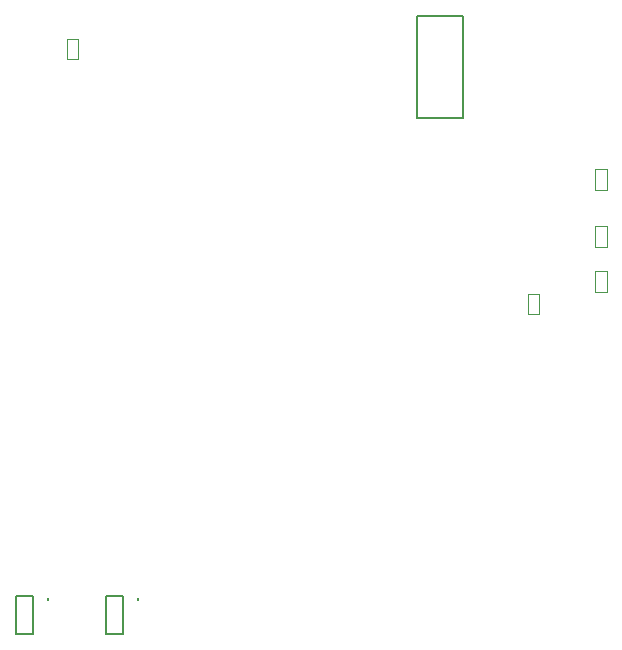
<source format=gbr>
G04 DipTrace 4.3.0.1*
G04 BottomAssembly.gbr*
%MOIN*%
G04 #@! TF.FileFunction,Drawing,Bot*
G04 #@! TF.Part,Single*
%ADD10C,0.004724*%
%ADD22C,0.005*%
%FSLAX26Y26*%
G04*
G70*
G90*
G75*
G01*
G04 BotAssy*
%LPD*%
X3174802Y2196554D2*
D10*
X3212598D1*
Y2265846D1*
X3174802D1*
Y2196554D1*
Y2009054D2*
X3212598D1*
Y2078346D1*
X3174802D1*
Y2009054D1*
Y1859054D2*
X3212598D1*
Y1928346D1*
X3174802D1*
Y1859054D1*
X1450098Y2702165D2*
X1412302D1*
Y2635235D1*
X1450098D1*
Y2702165D1*
X2949802Y1785235D2*
X2987598D1*
Y1852165D1*
X2949802D1*
Y1785235D1*
X1541928Y844192D2*
D22*
X1600983D1*
Y718208D1*
X1541928D1*
Y844192D1*
G36*
X1650196Y828444D2*
X1649682Y828478D1*
X1649177Y828578D1*
X1648689Y828744D1*
X1648228Y828972D1*
X1647799Y829258D1*
X1647412Y829597D1*
X1647073Y829984D1*
X1646787Y830413D1*
X1646559Y830874D1*
X1646393Y831362D1*
X1646293Y831867D1*
X1646259Y832381D1*
X1646293Y832895D1*
X1646393Y833400D1*
X1646559Y833888D1*
X1646787Y834350D1*
X1647073Y834778D1*
X1647412Y835165D1*
X1647799Y835505D1*
X1648228Y835791D1*
X1648689Y836018D1*
X1649177Y836184D1*
X1649682Y836284D1*
X1650196Y836318D1*
D1*
X1650710Y836284D1*
X1651215Y836184D1*
X1651703Y836018D1*
X1652165Y835791D1*
X1652593Y835505D1*
X1652980Y835165D1*
X1653320Y834778D1*
X1653606Y834350D1*
X1653833Y833888D1*
X1653999Y833400D1*
X1654099Y832895D1*
X1654133Y832381D1*
X1654099Y831867D1*
X1653999Y831362D1*
X1653833Y830874D1*
X1653606Y830413D1*
X1653320Y829984D1*
X1652980Y829597D1*
X1652593Y829258D1*
X1652165Y828972D1*
X1651703Y828744D1*
X1651215Y828578D1*
X1650710Y828478D1*
X1650196Y828444D1*
D1*
G37*
X1241928Y844192D2*
D22*
X1300983D1*
Y718208D1*
X1241928D1*
Y844192D1*
G36*
X1350196Y828444D2*
X1349682Y828478D1*
X1349177Y828578D1*
X1348689Y828744D1*
X1348228Y828972D1*
X1347799Y829258D1*
X1347412Y829597D1*
X1347073Y829984D1*
X1346787Y830413D1*
X1346559Y830874D1*
X1346393Y831362D1*
X1346293Y831867D1*
X1346259Y832381D1*
X1346293Y832895D1*
X1346393Y833400D1*
X1346559Y833888D1*
X1346787Y834350D1*
X1347073Y834778D1*
X1347412Y835165D1*
X1347799Y835505D1*
X1348228Y835791D1*
X1348689Y836018D1*
X1349177Y836184D1*
X1349682Y836284D1*
X1350196Y836318D1*
D1*
X1350710Y836284D1*
X1351215Y836184D1*
X1351703Y836018D1*
X1352165Y835791D1*
X1352593Y835505D1*
X1352980Y835165D1*
X1353320Y834778D1*
X1353606Y834350D1*
X1353833Y833888D1*
X1353999Y833400D1*
X1354099Y832895D1*
X1354133Y832381D1*
X1354099Y831867D1*
X1353999Y831362D1*
X1353833Y830874D1*
X1353606Y830413D1*
X1353320Y829984D1*
X1352980Y829597D1*
X1352593Y829258D1*
X1352165Y828972D1*
X1351703Y828744D1*
X1351215Y828578D1*
X1350710Y828478D1*
X1350196Y828444D1*
D1*
G37*
X2732972Y2776476D2*
D22*
X2579428D1*
Y2435924D1*
X2732972D1*
Y2776476D1*
M02*

</source>
